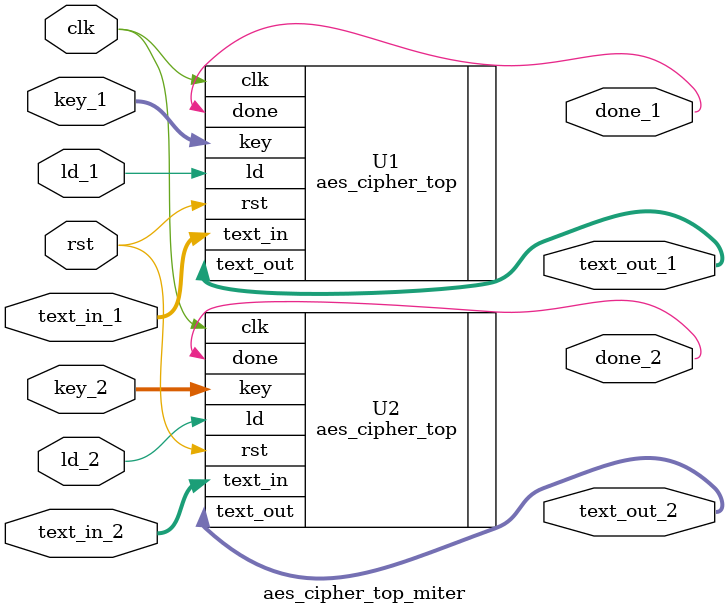
<source format=sv>
`default_nettype wire

module aes_cipher_top_miter (
  input  logic         clk,
  input  logic         rst,
  output logic         done_1,     done_2,
  input  logic [127:0] key_1,      key_2,
  input  logic         ld_1,       ld_2,
  input  logic [127:0] text_in_1,  text_in_2,
  output logic [127:0] text_out_1, text_out_2
);

  aes_cipher_top U1 (
    .clk      (clk       ),
    .rst      (rst       ),
    .done     (done_1    ),
    .key      (key_1     ),
    .ld       (ld_1      ),
    .text_in  (text_in_1 ),
    .text_out (text_out_1)
  );

  aes_cipher_top U2 (
    .clk      (clk       ),
    .rst      (rst       ),
    .done     (done_2    ),
    .key      (key_2     ),
    .ld       (ld_2      ),
    .text_in  (text_in_2 ),
    .text_out (text_out_2)
  );

endmodule

</source>
